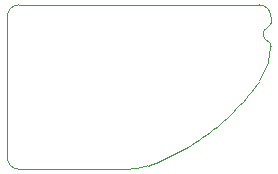
<source format=gbr>
%TF.GenerationSoftware,KiCad,Pcbnew,7.0.1*%
%TF.CreationDate,2024-01-08T11:07:59+00:00*%
%TF.ProjectId,rfid_module,72666964-5f6d-46f6-9475-6c652e6b6963,rev?*%
%TF.SameCoordinates,Original*%
%TF.FileFunction,Profile,NP*%
%FSLAX46Y46*%
G04 Gerber Fmt 4.6, Leading zero omitted, Abs format (unit mm)*
G04 Created by KiCad (PCBNEW 7.0.1) date 2024-01-08 11:07:59*
%MOMM*%
%LPD*%
G01*
G04 APERTURE LIST*
%TA.AperFunction,Profile*%
%ADD10C,0.100000*%
%TD*%
%ADD11C,0.100000*%
G04 APERTURE END LIST*
D10*
%TO.C,U101*%
X94220690Y-56469375D02*
X94220690Y-68400065D01*
X95220690Y-69400065D02*
X104420091Y-69400065D01*
X115538871Y-55469375D02*
X95220690Y-55469375D01*
X116538871Y-56998550D02*
X116538871Y-56469375D01*
X116538871Y-58971854D02*
X116538871Y-58940199D01*
X95220636Y-55469351D02*
G75*
G03*
X94220636Y-56469351I27J-1000027D01*
G01*
X94220676Y-68400129D02*
G75*
G03*
X95220676Y-69400129I1000009J9D01*
G01*
X104420011Y-69400065D02*
G75*
G03*
X106104777Y-69107672I-17J5000098D01*
G01*
X116538875Y-56469375D02*
G75*
G03*
X115538871Y-55469375I-999935J65D01*
G01*
X116291256Y-57368397D02*
G75*
G03*
X116291252Y-58570362I247574J-600983D01*
G01*
X116538858Y-58940200D02*
G75*
G03*
X116291252Y-58570363I-399858J100D01*
G01*
X116291251Y-57368386D02*
G75*
G03*
X116538871Y-56998550I-152451J369886D01*
G01*
X115593741Y-61897261D02*
G75*
G03*
X116538871Y-58971854I-4054841J2925401D01*
G01*
D11*
X106104858Y-69107672D02*
X106456649Y-68977886D01*
X106805648Y-68841350D01*
X107151776Y-68698122D01*
X107494957Y-68548261D01*
X107835112Y-68391825D01*
X108172165Y-68228874D01*
X108506039Y-68059465D01*
X108836657Y-67883657D01*
X109163940Y-67701510D01*
X109487813Y-67513082D01*
X109808197Y-67318430D01*
X110125016Y-67117616D01*
X110438192Y-66910695D01*
X110747648Y-66697729D01*
X111053308Y-66478774D01*
X111355093Y-66253891D01*
X111652926Y-66023137D01*
X111946731Y-65786571D01*
X112236429Y-65544252D01*
X112521945Y-65296238D01*
X112803200Y-65042588D01*
X113080118Y-64783362D01*
X113352621Y-64518617D01*
X113620632Y-64248412D01*
X113884074Y-63972806D01*
X114142869Y-63691858D01*
X114396941Y-63405626D01*
X114646212Y-63114168D01*
X114890605Y-62817545D01*
X115130042Y-62515813D01*
X115364447Y-62209032D01*
X115593743Y-61897262D01*
%TD*%
M02*

</source>
